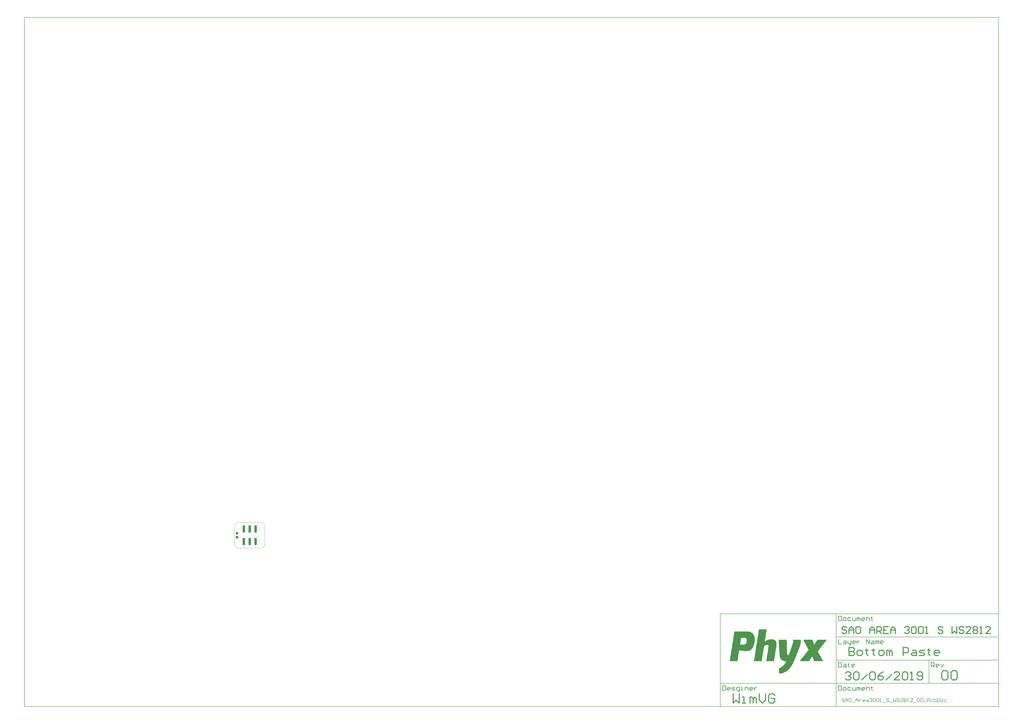
<source format=gbp>
G04*
G04 #@! TF.GenerationSoftware,Altium Limited,Altium Designer,18.1.11 (251)*
G04*
G04 Layer_Color=128*
%FSLAX25Y25*%
%MOIN*%
G70*
G01*
G75*
%ADD12C,0.01575*%
%ADD15C,0.00394*%
%ADD16C,0.00787*%
%ADD17C,0.00984*%
%ADD26R,0.03937X0.04331*%
%ADD27R,0.03937X0.12205*%
G36*
X872201Y-141778D02*
X873919D01*
Y-142065D01*
X874778D01*
Y-142351D01*
X875637D01*
Y-142637D01*
X876496D01*
Y-142924D01*
X877069D01*
Y-143210D01*
X877355D01*
Y-143496D01*
X877928D01*
Y-143783D01*
X878214D01*
Y-144069D01*
X878786D01*
Y-144355D01*
X879073D01*
Y-144641D01*
X879359D01*
Y-144928D01*
X879646D01*
Y-145214D01*
X879932D01*
Y-145501D01*
X880218D01*
Y-145787D01*
X880504D01*
Y-146073D01*
Y-146359D01*
X880791D01*
Y-146646D01*
X881077D01*
Y-146932D01*
Y-147218D01*
X881363D01*
Y-147505D01*
X881650D01*
Y-147791D01*
Y-148077D01*
X881936D01*
Y-148364D01*
Y-148650D01*
Y-148936D01*
X882222D01*
Y-149223D01*
Y-149509D01*
Y-149795D01*
X882509D01*
Y-150082D01*
Y-150368D01*
Y-150654D01*
Y-150940D01*
X882795D01*
Y-151227D01*
Y-151513D01*
Y-151799D01*
Y-152086D01*
Y-152372D01*
X883081D01*
Y-152658D01*
Y-152945D01*
Y-153231D01*
Y-153517D01*
Y-153804D01*
Y-154090D01*
Y-154376D01*
Y-154663D01*
Y-154949D01*
Y-155235D01*
Y-155521D01*
Y-155808D01*
Y-156094D01*
Y-156380D01*
Y-156667D01*
Y-156953D01*
Y-157239D01*
Y-157526D01*
Y-157812D01*
Y-158098D01*
X882795D01*
Y-158385D01*
Y-158671D01*
Y-158957D01*
Y-159244D01*
Y-159530D01*
Y-159816D01*
Y-160102D01*
X882509D01*
Y-160389D01*
Y-160675D01*
Y-160961D01*
Y-161248D01*
Y-161534D01*
X882222D01*
Y-161820D01*
Y-162107D01*
Y-162393D01*
Y-162679D01*
Y-162966D01*
X881936D01*
Y-163252D01*
Y-163538D01*
Y-163824D01*
X881650D01*
Y-164111D01*
Y-164397D01*
Y-164683D01*
Y-164970D01*
X881363D01*
Y-165256D01*
Y-165542D01*
Y-165829D01*
X881077D01*
Y-166115D01*
Y-166401D01*
X880791D01*
Y-166688D01*
Y-166974D01*
Y-167260D01*
X880504D01*
Y-167547D01*
Y-167833D01*
X880218D01*
Y-168119D01*
Y-168405D01*
X879932D01*
Y-168692D01*
Y-168978D01*
X879646D01*
Y-169264D01*
X879359D01*
Y-169551D01*
Y-169837D01*
X879073D01*
Y-170123D01*
X878786D01*
Y-170410D01*
X878500D01*
Y-170696D01*
Y-170982D01*
X878214D01*
Y-171269D01*
X877928D01*
Y-171555D01*
X877641D01*
Y-171841D01*
X877355D01*
Y-172127D01*
X877069D01*
Y-172414D01*
X876496D01*
Y-172700D01*
X876210D01*
Y-172986D01*
X875637D01*
Y-173273D01*
X875351D01*
Y-173559D01*
X874778D01*
Y-173845D01*
X873919D01*
Y-174132D01*
X873060D01*
Y-174418D01*
X872201D01*
Y-174704D01*
X870483D01*
Y-174991D01*
X865330D01*
Y-174704D01*
X862753D01*
Y-174418D01*
X860749D01*
Y-174132D01*
X859317D01*
Y-173845D01*
X857886D01*
Y-173559D01*
X856454D01*
Y-173845D01*
Y-174132D01*
Y-174418D01*
Y-174704D01*
Y-174991D01*
Y-175277D01*
Y-175563D01*
X856168D01*
Y-175850D01*
Y-176136D01*
Y-176422D01*
Y-176709D01*
Y-176995D01*
Y-177281D01*
X855882D01*
Y-177568D01*
Y-177854D01*
Y-178140D01*
Y-178426D01*
Y-178713D01*
Y-178999D01*
X855595D01*
Y-179285D01*
Y-179572D01*
Y-179858D01*
Y-180144D01*
Y-180431D01*
Y-180717D01*
Y-181003D01*
X855309D01*
Y-181290D01*
Y-181576D01*
Y-181862D01*
Y-182149D01*
Y-182435D01*
Y-182721D01*
X855023D01*
Y-183007D01*
Y-183294D01*
Y-183580D01*
Y-183866D01*
Y-184153D01*
Y-184439D01*
X854736D01*
Y-184725D01*
Y-185012D01*
Y-185298D01*
Y-185584D01*
Y-185871D01*
Y-186157D01*
Y-186443D01*
X854450D01*
Y-186730D01*
Y-187016D01*
Y-187302D01*
Y-187588D01*
Y-187875D01*
Y-188161D01*
X854164D01*
Y-188447D01*
Y-188734D01*
Y-189020D01*
Y-189306D01*
Y-189593D01*
Y-189879D01*
X853877D01*
Y-190165D01*
Y-190452D01*
Y-190738D01*
Y-191024D01*
Y-191311D01*
Y-191597D01*
Y-191883D01*
X840421D01*
Y-191597D01*
X840707D01*
Y-191311D01*
Y-191024D01*
Y-190738D01*
Y-190452D01*
Y-190165D01*
X840993D01*
Y-189879D01*
Y-189593D01*
Y-189306D01*
Y-189020D01*
Y-188734D01*
Y-188447D01*
Y-188161D01*
X841280D01*
Y-187875D01*
Y-187588D01*
Y-187302D01*
Y-187016D01*
Y-186730D01*
Y-186443D01*
X841566D01*
Y-186157D01*
Y-185871D01*
Y-185584D01*
Y-185298D01*
Y-185012D01*
Y-184725D01*
X841852D01*
Y-184439D01*
Y-184153D01*
Y-183866D01*
Y-183580D01*
Y-183294D01*
Y-183007D01*
Y-182721D01*
X842138D01*
Y-182435D01*
Y-182149D01*
Y-181862D01*
Y-181576D01*
Y-181290D01*
Y-181003D01*
X842425D01*
Y-180717D01*
Y-180431D01*
Y-180144D01*
Y-179858D01*
Y-179572D01*
Y-179285D01*
X842711D01*
Y-178999D01*
Y-178713D01*
Y-178426D01*
Y-178140D01*
Y-177854D01*
Y-177568D01*
X842997D01*
Y-177281D01*
Y-176995D01*
Y-176709D01*
Y-176422D01*
Y-176136D01*
Y-175850D01*
Y-175563D01*
X843284D01*
Y-175277D01*
Y-174991D01*
Y-174704D01*
Y-174418D01*
Y-174132D01*
Y-173845D01*
X843570D01*
Y-173559D01*
Y-173273D01*
Y-172986D01*
Y-172700D01*
Y-172414D01*
Y-172127D01*
X843856D01*
Y-171841D01*
Y-171555D01*
Y-171269D01*
Y-170982D01*
Y-170696D01*
Y-170410D01*
X844143D01*
Y-170123D01*
Y-169837D01*
Y-169551D01*
Y-169264D01*
Y-168978D01*
Y-168692D01*
Y-168405D01*
X844429D01*
Y-168119D01*
Y-167833D01*
Y-167547D01*
Y-167260D01*
Y-166974D01*
Y-166688D01*
X844715D01*
Y-166401D01*
Y-166115D01*
Y-165829D01*
Y-165542D01*
Y-165256D01*
Y-164970D01*
X845002D01*
Y-164683D01*
Y-164397D01*
Y-164111D01*
Y-163824D01*
Y-163538D01*
Y-163252D01*
Y-162966D01*
X845288D01*
Y-162679D01*
Y-162393D01*
Y-162107D01*
Y-161820D01*
Y-161534D01*
Y-161248D01*
X845574D01*
Y-160961D01*
Y-160675D01*
Y-160389D01*
Y-160102D01*
Y-159816D01*
Y-159530D01*
X845861D01*
Y-159244D01*
Y-158957D01*
Y-158671D01*
Y-158385D01*
Y-158098D01*
Y-157812D01*
X846147D01*
Y-157526D01*
Y-157239D01*
Y-156953D01*
Y-156667D01*
Y-156380D01*
Y-156094D01*
Y-155808D01*
X846433D01*
Y-155521D01*
Y-155235D01*
Y-154949D01*
Y-154663D01*
Y-154376D01*
Y-154090D01*
X846719D01*
Y-153804D01*
Y-153517D01*
Y-153231D01*
Y-152945D01*
Y-152658D01*
Y-152372D01*
X847006D01*
Y-152086D01*
Y-151799D01*
Y-151513D01*
Y-151227D01*
Y-150940D01*
Y-150654D01*
Y-150368D01*
X847292D01*
Y-150082D01*
Y-149795D01*
Y-149509D01*
Y-149223D01*
Y-148936D01*
Y-148650D01*
X847578D01*
Y-148364D01*
Y-148077D01*
Y-147791D01*
Y-147505D01*
Y-147218D01*
Y-146932D01*
X847865D01*
Y-146646D01*
Y-146359D01*
Y-146073D01*
Y-145787D01*
Y-145501D01*
Y-145214D01*
Y-144928D01*
X848151D01*
Y-144641D01*
Y-144355D01*
Y-144069D01*
Y-143783D01*
Y-143496D01*
Y-143210D01*
X848437D01*
Y-142924D01*
Y-142637D01*
Y-142351D01*
Y-142065D01*
Y-141778D01*
Y-141492D01*
X872201D01*
Y-141778D01*
D02*
G37*
G36*
X903409Y-138343D02*
Y-138629D01*
X903123D01*
Y-138915D01*
Y-139202D01*
Y-139488D01*
Y-139774D01*
Y-140060D01*
Y-140347D01*
X902837D01*
Y-140633D01*
Y-140919D01*
Y-141206D01*
Y-141492D01*
Y-141778D01*
Y-142065D01*
X902551D01*
Y-142351D01*
Y-142637D01*
Y-142924D01*
Y-143210D01*
Y-143496D01*
Y-143783D01*
Y-144069D01*
X902264D01*
Y-144355D01*
Y-144641D01*
Y-144928D01*
Y-145214D01*
Y-145501D01*
Y-145787D01*
X901978D01*
Y-146073D01*
Y-146359D01*
Y-146646D01*
Y-146932D01*
Y-147218D01*
Y-147505D01*
X901692D01*
Y-147791D01*
Y-148077D01*
Y-148364D01*
Y-148650D01*
Y-148936D01*
Y-149223D01*
Y-149509D01*
X901405D01*
Y-149795D01*
Y-150082D01*
Y-150368D01*
Y-150654D01*
Y-150940D01*
Y-151227D01*
X901119D01*
Y-151513D01*
Y-151799D01*
Y-152086D01*
Y-152372D01*
Y-152658D01*
Y-152945D01*
X900833D01*
Y-153231D01*
Y-153517D01*
Y-153804D01*
Y-154090D01*
Y-154376D01*
Y-154663D01*
X900546D01*
Y-154949D01*
Y-155235D01*
Y-155521D01*
Y-155808D01*
Y-156094D01*
Y-156380D01*
Y-156667D01*
X900260D01*
Y-156953D01*
Y-157239D01*
Y-157526D01*
Y-157812D01*
Y-158098D01*
Y-158385D01*
X899974D01*
Y-158671D01*
Y-158957D01*
X900546D01*
Y-158671D01*
X900833D01*
Y-158385D01*
X901119D01*
Y-158098D01*
X901692D01*
Y-157812D01*
X901978D01*
Y-157526D01*
X902264D01*
Y-157239D01*
X902837D01*
Y-156953D01*
X903409D01*
Y-156667D01*
X903696D01*
Y-156380D01*
X904268D01*
Y-156094D01*
X905127D01*
Y-155808D01*
X905700D01*
Y-155521D01*
X906559D01*
Y-155235D01*
X907990D01*
Y-154949D01*
X914289D01*
Y-155235D01*
X915435D01*
Y-155521D01*
X916294D01*
Y-155808D01*
X916866D01*
Y-156094D01*
X917153D01*
Y-156380D01*
X917725D01*
Y-156667D01*
X918011D01*
Y-156953D01*
X918298D01*
Y-157239D01*
X918584D01*
Y-157526D01*
X918870D01*
Y-157812D01*
Y-158098D01*
X919157D01*
Y-158385D01*
Y-158671D01*
X919443D01*
Y-158957D01*
Y-159244D01*
Y-159530D01*
X919729D01*
Y-159816D01*
Y-160102D01*
Y-160389D01*
Y-160675D01*
X920016D01*
Y-160961D01*
Y-161248D01*
Y-161534D01*
Y-161820D01*
Y-162107D01*
Y-162393D01*
Y-162679D01*
Y-162966D01*
Y-163252D01*
Y-163538D01*
Y-163824D01*
Y-164111D01*
Y-164397D01*
Y-164683D01*
Y-164970D01*
Y-165256D01*
Y-165542D01*
Y-165829D01*
X919729D01*
Y-166115D01*
Y-166401D01*
Y-166688D01*
Y-166974D01*
Y-167260D01*
Y-167547D01*
Y-167833D01*
X919443D01*
Y-168119D01*
Y-168405D01*
Y-168692D01*
Y-168978D01*
Y-169264D01*
Y-169551D01*
Y-169837D01*
X919157D01*
Y-170123D01*
Y-170410D01*
Y-170696D01*
Y-170982D01*
Y-171269D01*
Y-171555D01*
X918870D01*
Y-171841D01*
Y-172127D01*
Y-172414D01*
Y-172700D01*
Y-172986D01*
Y-173273D01*
X918584D01*
Y-173559D01*
Y-173845D01*
Y-174132D01*
Y-174418D01*
Y-174704D01*
Y-174991D01*
X918298D01*
Y-175277D01*
Y-175563D01*
Y-175850D01*
Y-176136D01*
Y-176422D01*
Y-176709D01*
Y-176995D01*
X918011D01*
Y-177281D01*
Y-177568D01*
Y-177854D01*
Y-178140D01*
Y-178426D01*
Y-178713D01*
X917725D01*
Y-178999D01*
Y-179285D01*
Y-179572D01*
Y-179858D01*
Y-180144D01*
Y-180431D01*
X917439D01*
Y-180717D01*
Y-181003D01*
Y-181290D01*
Y-181576D01*
Y-181862D01*
Y-182149D01*
Y-182435D01*
X917153D01*
Y-182721D01*
Y-183007D01*
Y-183294D01*
Y-183580D01*
Y-183866D01*
Y-184153D01*
X916866D01*
Y-184439D01*
Y-184725D01*
Y-185012D01*
Y-185298D01*
Y-185584D01*
Y-185871D01*
X916580D01*
Y-186157D01*
Y-186443D01*
Y-186730D01*
Y-187016D01*
Y-187302D01*
Y-187588D01*
X916294D01*
Y-187875D01*
Y-188161D01*
Y-188447D01*
Y-188734D01*
Y-189020D01*
Y-189306D01*
Y-189593D01*
X916007D01*
Y-189879D01*
Y-190165D01*
Y-190452D01*
Y-190738D01*
Y-191024D01*
Y-191311D01*
X915721D01*
Y-191597D01*
Y-191883D01*
X902551D01*
Y-191597D01*
Y-191311D01*
X902837D01*
Y-191024D01*
Y-190738D01*
Y-190452D01*
Y-190165D01*
Y-189879D01*
Y-189593D01*
X903123D01*
Y-189306D01*
Y-189020D01*
Y-188734D01*
Y-188447D01*
Y-188161D01*
Y-187875D01*
Y-187588D01*
X903409D01*
Y-187302D01*
Y-187016D01*
Y-186730D01*
Y-186443D01*
Y-186157D01*
Y-185871D01*
X903696D01*
Y-185584D01*
Y-185298D01*
Y-185012D01*
Y-184725D01*
Y-184439D01*
Y-184153D01*
X903982D01*
Y-183866D01*
Y-183580D01*
Y-183294D01*
Y-183007D01*
Y-182721D01*
Y-182435D01*
Y-182149D01*
X904268D01*
Y-181862D01*
Y-181576D01*
Y-181290D01*
Y-181003D01*
Y-180717D01*
Y-180431D01*
X904555D01*
Y-180144D01*
Y-179858D01*
Y-179572D01*
Y-179285D01*
Y-178999D01*
Y-178713D01*
Y-178426D01*
X904841D01*
Y-178140D01*
Y-177854D01*
Y-177568D01*
Y-177281D01*
Y-176995D01*
Y-176709D01*
X905127D01*
Y-176422D01*
Y-176136D01*
Y-175850D01*
Y-175563D01*
Y-175277D01*
Y-174991D01*
X905414D01*
Y-174704D01*
Y-174418D01*
Y-174132D01*
Y-173845D01*
Y-173559D01*
Y-173273D01*
X905700D01*
Y-172986D01*
Y-172700D01*
Y-172414D01*
Y-172127D01*
Y-171841D01*
Y-171555D01*
Y-171269D01*
X905986D01*
Y-170982D01*
Y-170696D01*
Y-170410D01*
Y-170123D01*
Y-169837D01*
Y-169551D01*
X906273D01*
Y-169264D01*
Y-168978D01*
Y-168692D01*
Y-168405D01*
Y-168119D01*
Y-167833D01*
Y-167547D01*
X906559D01*
Y-167260D01*
Y-166974D01*
Y-166688D01*
Y-166401D01*
Y-166115D01*
Y-165829D01*
X906273D01*
Y-165542D01*
Y-165256D01*
X905986D01*
Y-164970D01*
X905700D01*
Y-164683D01*
X905127D01*
Y-164397D01*
X903409D01*
Y-164683D01*
X901978D01*
Y-164970D01*
X901119D01*
Y-165256D01*
X900546D01*
Y-165542D01*
X900260D01*
Y-165829D01*
X899687D01*
Y-166115D01*
X899401D01*
Y-166401D01*
X899115D01*
Y-166688D01*
Y-166974D01*
X898828D01*
Y-167260D01*
Y-167547D01*
Y-167833D01*
X898542D01*
Y-168119D01*
Y-168405D01*
Y-168692D01*
Y-168978D01*
Y-169264D01*
Y-169551D01*
X898256D01*
Y-169837D01*
Y-170123D01*
Y-170410D01*
Y-170696D01*
Y-170982D01*
Y-171269D01*
Y-171555D01*
X897970D01*
Y-171841D01*
Y-172127D01*
Y-172414D01*
Y-172700D01*
Y-172986D01*
Y-173273D01*
X897683D01*
Y-173559D01*
Y-173845D01*
Y-174132D01*
Y-174418D01*
Y-174704D01*
Y-174991D01*
X897397D01*
Y-175277D01*
Y-175563D01*
Y-175850D01*
Y-176136D01*
Y-176422D01*
Y-176709D01*
X897111D01*
Y-176995D01*
Y-177281D01*
Y-177568D01*
Y-177854D01*
Y-178140D01*
Y-178426D01*
Y-178713D01*
X896824D01*
Y-178999D01*
Y-179285D01*
Y-179572D01*
Y-179858D01*
Y-180144D01*
Y-180431D01*
X896538D01*
Y-180717D01*
Y-181003D01*
Y-181290D01*
Y-181576D01*
Y-181862D01*
Y-182149D01*
X896252D01*
Y-182435D01*
Y-182721D01*
Y-183007D01*
Y-183294D01*
Y-183580D01*
Y-183866D01*
Y-184153D01*
X895965D01*
Y-184439D01*
Y-184725D01*
Y-185012D01*
Y-185298D01*
Y-185584D01*
Y-185871D01*
X895679D01*
Y-186157D01*
Y-186443D01*
Y-186730D01*
Y-187016D01*
Y-187302D01*
Y-187588D01*
X895393D01*
Y-187875D01*
Y-188161D01*
Y-188447D01*
Y-188734D01*
Y-189020D01*
Y-189306D01*
X895106D01*
Y-189593D01*
Y-189879D01*
Y-190165D01*
Y-190452D01*
Y-190738D01*
Y-191024D01*
Y-191311D01*
X894820D01*
Y-191597D01*
Y-191883D01*
X881650D01*
Y-191597D01*
Y-191311D01*
X881936D01*
Y-191024D01*
Y-190738D01*
Y-190452D01*
Y-190165D01*
Y-189879D01*
Y-189593D01*
Y-189306D01*
X882222D01*
Y-189020D01*
Y-188734D01*
Y-188447D01*
Y-188161D01*
Y-187875D01*
Y-187588D01*
X882509D01*
Y-187302D01*
Y-187016D01*
Y-186730D01*
Y-186443D01*
Y-186157D01*
Y-185871D01*
X882795D01*
Y-185584D01*
Y-185298D01*
Y-185012D01*
Y-184725D01*
Y-184439D01*
Y-184153D01*
Y-183866D01*
X883081D01*
Y-183580D01*
Y-183294D01*
Y-183007D01*
Y-182721D01*
Y-182435D01*
Y-182149D01*
X883368D01*
Y-181862D01*
Y-181576D01*
Y-181290D01*
Y-181003D01*
Y-180717D01*
Y-180431D01*
X883654D01*
Y-180144D01*
Y-179858D01*
Y-179572D01*
Y-179285D01*
Y-178999D01*
Y-178713D01*
X883940D01*
Y-178426D01*
Y-178140D01*
Y-177854D01*
Y-177568D01*
Y-177281D01*
Y-176995D01*
Y-176709D01*
X884227D01*
Y-176422D01*
Y-176136D01*
Y-175850D01*
Y-175563D01*
Y-175277D01*
Y-174991D01*
X884513D01*
Y-174704D01*
Y-174418D01*
Y-174132D01*
Y-173845D01*
Y-173559D01*
Y-173273D01*
X884799D01*
Y-172986D01*
Y-172700D01*
Y-172414D01*
Y-172127D01*
Y-171841D01*
Y-171555D01*
Y-171269D01*
X885085D01*
Y-170982D01*
Y-170696D01*
Y-170410D01*
Y-170123D01*
Y-169837D01*
Y-169551D01*
X885372D01*
Y-169264D01*
Y-168978D01*
Y-168692D01*
Y-168405D01*
Y-168119D01*
Y-167833D01*
X885658D01*
Y-167547D01*
Y-167260D01*
Y-166974D01*
Y-166688D01*
Y-166401D01*
Y-166115D01*
X885944D01*
Y-165829D01*
Y-165542D01*
Y-165256D01*
Y-164970D01*
Y-164683D01*
Y-164397D01*
Y-164111D01*
X886231D01*
Y-163824D01*
Y-163538D01*
Y-163252D01*
Y-162966D01*
Y-162679D01*
Y-162393D01*
X886517D01*
Y-162107D01*
Y-161820D01*
Y-161534D01*
Y-161248D01*
Y-160961D01*
Y-160675D01*
X886803D01*
Y-160389D01*
Y-160102D01*
Y-159816D01*
Y-159530D01*
Y-159244D01*
Y-158957D01*
X887090D01*
Y-158671D01*
Y-158385D01*
Y-158098D01*
Y-157812D01*
Y-157526D01*
Y-157239D01*
Y-156953D01*
X887376D01*
Y-156667D01*
Y-156380D01*
Y-156094D01*
Y-155808D01*
Y-155521D01*
Y-155235D01*
X887662D01*
Y-154949D01*
Y-154663D01*
Y-154376D01*
Y-154090D01*
Y-153804D01*
Y-153517D01*
X887949D01*
Y-153231D01*
Y-152945D01*
Y-152658D01*
Y-152372D01*
Y-152086D01*
Y-151799D01*
Y-151513D01*
X888235D01*
Y-151227D01*
Y-150940D01*
Y-150654D01*
Y-150368D01*
Y-150082D01*
Y-149795D01*
X888521D01*
Y-149509D01*
Y-149223D01*
Y-148936D01*
Y-148650D01*
Y-148364D01*
Y-148077D01*
X888807D01*
Y-147791D01*
Y-147505D01*
Y-147218D01*
Y-146932D01*
Y-146646D01*
Y-146359D01*
X889094D01*
Y-146073D01*
Y-145787D01*
Y-145501D01*
Y-145214D01*
Y-144928D01*
Y-144641D01*
Y-144355D01*
X889380D01*
Y-144069D01*
Y-143783D01*
Y-143496D01*
Y-143210D01*
Y-142924D01*
Y-142637D01*
X889666D01*
Y-142351D01*
Y-142065D01*
Y-141778D01*
Y-141492D01*
Y-141206D01*
Y-140919D01*
X889953D01*
Y-140633D01*
Y-140347D01*
Y-140060D01*
Y-139774D01*
Y-139488D01*
Y-139202D01*
Y-138915D01*
X890239D01*
Y-138629D01*
Y-138343D01*
Y-138056D01*
X903409D01*
Y-138343D01*
D02*
G37*
G36*
X1005337Y-155808D02*
X1005050D01*
Y-156094D01*
X1004764D01*
Y-156380D01*
Y-156667D01*
X1004478D01*
Y-156953D01*
X1004192D01*
Y-157239D01*
X1003905D01*
Y-157526D01*
Y-157812D01*
X1003619D01*
Y-158098D01*
X1003333D01*
Y-158385D01*
X1003046D01*
Y-158671D01*
X1002760D01*
Y-158957D01*
Y-159244D01*
X1002474D01*
Y-159530D01*
X1002187D01*
Y-159816D01*
X1001901D01*
Y-160102D01*
Y-160389D01*
X1001615D01*
Y-160675D01*
X1001328D01*
Y-160961D01*
X1001042D01*
Y-161248D01*
X1000756D01*
Y-161534D01*
Y-161820D01*
X1000469D01*
Y-162107D01*
X1000183D01*
Y-162393D01*
X999897D01*
Y-162679D01*
Y-162966D01*
X999611D01*
Y-163252D01*
X999324D01*
Y-163538D01*
X999038D01*
Y-163824D01*
Y-164111D01*
X998752D01*
Y-164397D01*
X998465D01*
Y-164683D01*
X998179D01*
Y-164970D01*
X997893D01*
Y-165256D01*
Y-165542D01*
X997606D01*
Y-165829D01*
X997320D01*
Y-166115D01*
X997034D01*
Y-166401D01*
Y-166688D01*
X996747D01*
Y-166974D01*
X996461D01*
Y-167260D01*
X996175D01*
Y-167547D01*
Y-167833D01*
X995889D01*
Y-168119D01*
X995602D01*
Y-168405D01*
X995316D01*
Y-168692D01*
X995030D01*
Y-168978D01*
Y-169264D01*
X994743D01*
Y-169551D01*
X994457D01*
Y-169837D01*
X994171D01*
Y-170123D01*
Y-170410D01*
X993884D01*
Y-170696D01*
X993598D01*
Y-170982D01*
X993312D01*
Y-171269D01*
Y-171555D01*
X993025D01*
Y-171841D01*
X992739D01*
Y-172127D01*
X992453D01*
Y-172414D01*
X992166D01*
Y-172700D01*
Y-172986D01*
X991880D01*
Y-173273D01*
X991594D01*
Y-173559D01*
X991308D01*
Y-173845D01*
Y-174132D01*
X991021D01*
Y-174418D01*
X990735D01*
Y-174704D01*
X990449D01*
Y-174991D01*
X990162D01*
Y-175277D01*
Y-175563D01*
X990449D01*
Y-175850D01*
Y-176136D01*
X990735D01*
Y-176422D01*
Y-176709D01*
X991021D01*
Y-176995D01*
X991308D01*
Y-177281D01*
Y-177568D01*
X991594D01*
Y-177854D01*
Y-178140D01*
X991880D01*
Y-178426D01*
Y-178713D01*
X992166D01*
Y-178999D01*
Y-179285D01*
X992453D01*
Y-179572D01*
Y-179858D01*
X992739D01*
Y-180144D01*
Y-180431D01*
X993025D01*
Y-180717D01*
Y-181003D01*
X993312D01*
Y-181290D01*
Y-181576D01*
X993598D01*
Y-181862D01*
X993884D01*
Y-182149D01*
Y-182435D01*
X994171D01*
Y-182721D01*
Y-183007D01*
X994457D01*
Y-183294D01*
Y-183580D01*
X994743D01*
Y-183866D01*
Y-184153D01*
X995030D01*
Y-184439D01*
Y-184725D01*
X995316D01*
Y-185012D01*
Y-185298D01*
X995602D01*
Y-185584D01*
Y-185871D01*
X995889D01*
Y-186157D01*
X996175D01*
Y-186443D01*
Y-186730D01*
X996461D01*
Y-187016D01*
Y-187302D01*
X996747D01*
Y-187588D01*
Y-187875D01*
X997034D01*
Y-188161D01*
Y-188447D01*
X997320D01*
Y-188734D01*
Y-189020D01*
X997606D01*
Y-189306D01*
Y-189593D01*
X997893D01*
Y-189879D01*
Y-190165D01*
X998179D01*
Y-190452D01*
X998465D01*
Y-190738D01*
Y-191024D01*
X998752D01*
Y-191311D01*
Y-191597D01*
X999038D01*
Y-191883D01*
X983863D01*
Y-191597D01*
X983577D01*
Y-191311D01*
Y-191024D01*
Y-190738D01*
X983291D01*
Y-190452D01*
Y-190165D01*
Y-189879D01*
X983004D01*
Y-189593D01*
Y-189306D01*
X982718D01*
Y-189020D01*
Y-188734D01*
Y-188447D01*
X982432D01*
Y-188161D01*
Y-187875D01*
Y-187588D01*
X982146D01*
Y-187302D01*
Y-187016D01*
X981859D01*
Y-186730D01*
Y-186443D01*
Y-186157D01*
X981573D01*
Y-185871D01*
Y-185584D01*
Y-185298D01*
X981287D01*
Y-185012D01*
Y-184725D01*
Y-184439D01*
X981000D01*
Y-184153D01*
X980428D01*
Y-184439D01*
Y-184725D01*
X980141D01*
Y-185012D01*
X979855D01*
Y-185298D01*
Y-185584D01*
X979569D01*
Y-185871D01*
X979282D01*
Y-186157D01*
Y-186443D01*
X978996D01*
Y-186730D01*
X978710D01*
Y-187016D01*
Y-187302D01*
X978423D01*
Y-187588D01*
X978137D01*
Y-187875D01*
X977851D01*
Y-188161D01*
Y-188447D01*
X977565D01*
Y-188734D01*
X977278D01*
Y-189020D01*
Y-189306D01*
X976992D01*
Y-189593D01*
X976705D01*
Y-189879D01*
Y-190165D01*
X976419D01*
Y-190452D01*
X976133D01*
Y-190738D01*
Y-191024D01*
X975847D01*
Y-191311D01*
X975560D01*
Y-191597D01*
Y-191883D01*
X959527D01*
Y-191597D01*
X959813D01*
Y-191311D01*
X960099D01*
Y-191024D01*
X960386D01*
Y-190738D01*
X960672D01*
Y-190452D01*
Y-190165D01*
X960958D01*
Y-189879D01*
X961245D01*
Y-189593D01*
X961531D01*
Y-189306D01*
X961817D01*
Y-189020D01*
Y-188734D01*
X962104D01*
Y-188447D01*
X962390D01*
Y-188161D01*
X962676D01*
Y-187875D01*
Y-187588D01*
X962963D01*
Y-187302D01*
X963249D01*
Y-187016D01*
X963535D01*
Y-186730D01*
X963822D01*
Y-186443D01*
Y-186157D01*
X964108D01*
Y-185871D01*
X964394D01*
Y-185584D01*
X964680D01*
Y-185298D01*
X964967D01*
Y-185012D01*
Y-184725D01*
X965253D01*
Y-184439D01*
X965539D01*
Y-184153D01*
X965826D01*
Y-183866D01*
Y-183580D01*
X966112D01*
Y-183294D01*
X966398D01*
Y-183007D01*
X966685D01*
Y-182721D01*
X966971D01*
Y-182435D01*
Y-182149D01*
X967257D01*
Y-181862D01*
X967544D01*
Y-181576D01*
X967830D01*
Y-181290D01*
Y-181003D01*
X968116D01*
Y-180717D01*
X968402D01*
Y-180431D01*
X968689D01*
Y-180144D01*
X968975D01*
Y-179858D01*
Y-179572D01*
X969261D01*
Y-179285D01*
X969548D01*
Y-178999D01*
X969834D01*
Y-178713D01*
Y-178426D01*
X970120D01*
Y-178140D01*
X970407D01*
Y-177854D01*
X970693D01*
Y-177568D01*
X970979D01*
Y-177281D01*
Y-176995D01*
X971266D01*
Y-176709D01*
X971552D01*
Y-176422D01*
X971838D01*
Y-176136D01*
X972124D01*
Y-175850D01*
Y-175563D01*
X972411D01*
Y-175277D01*
X972697D01*
Y-174991D01*
X972983D01*
Y-174704D01*
Y-174418D01*
X973270D01*
Y-174132D01*
X973556D01*
Y-173845D01*
X973842D01*
Y-173559D01*
X974129D01*
Y-173273D01*
Y-172986D01*
X974415D01*
Y-172700D01*
Y-172414D01*
Y-172127D01*
X974129D01*
Y-171841D01*
X973842D01*
Y-171555D01*
Y-171269D01*
X973556D01*
Y-170982D01*
Y-170696D01*
X973270D01*
Y-170410D01*
Y-170123D01*
X972983D01*
Y-169837D01*
Y-169551D01*
X972697D01*
Y-169264D01*
Y-168978D01*
X972411D01*
Y-168692D01*
Y-168405D01*
X972124D01*
Y-168119D01*
X971838D01*
Y-167833D01*
Y-167547D01*
X971552D01*
Y-167260D01*
Y-166974D01*
X971266D01*
Y-166688D01*
Y-166401D01*
X970979D01*
Y-166115D01*
Y-165829D01*
X970693D01*
Y-165542D01*
Y-165256D01*
X970407D01*
Y-164970D01*
Y-164683D01*
X970120D01*
Y-164397D01*
X969834D01*
Y-164111D01*
Y-163824D01*
X969548D01*
Y-163538D01*
Y-163252D01*
X969261D01*
Y-162966D01*
Y-162679D01*
X968975D01*
Y-162393D01*
Y-162107D01*
X968689D01*
Y-161820D01*
Y-161534D01*
X968402D01*
Y-161248D01*
Y-160961D01*
X968116D01*
Y-160675D01*
Y-160389D01*
X967830D01*
Y-160102D01*
X967544D01*
Y-159816D01*
Y-159530D01*
X967257D01*
Y-159244D01*
Y-158957D01*
X966971D01*
Y-158671D01*
Y-158385D01*
X966685D01*
Y-158098D01*
Y-157812D01*
X966398D01*
Y-157526D01*
Y-157239D01*
X966112D01*
Y-156953D01*
Y-156667D01*
X965826D01*
Y-156380D01*
X965539D01*
Y-156094D01*
Y-155808D01*
X965253D01*
Y-155521D01*
X981000D01*
Y-155808D01*
X981287D01*
Y-156094D01*
Y-156380D01*
Y-156667D01*
X981573D01*
Y-156953D01*
Y-157239D01*
Y-157526D01*
X981859D01*
Y-157812D01*
Y-158098D01*
Y-158385D01*
X982146D01*
Y-158671D01*
Y-158957D01*
Y-159244D01*
X982432D01*
Y-159530D01*
Y-159816D01*
Y-160102D01*
X982718D01*
Y-160389D01*
Y-160675D01*
Y-160961D01*
X983004D01*
Y-161248D01*
Y-161534D01*
Y-161820D01*
X983291D01*
Y-162107D01*
Y-162393D01*
Y-162679D01*
X983577D01*
Y-162966D01*
Y-163252D01*
Y-163538D01*
Y-163824D01*
X984150D01*
Y-163538D01*
X984436D01*
Y-163252D01*
X984722D01*
Y-162966D01*
Y-162679D01*
X985009D01*
Y-162393D01*
X985295D01*
Y-162107D01*
Y-161820D01*
X985581D01*
Y-161534D01*
X985868D01*
Y-161248D01*
Y-160961D01*
X986154D01*
Y-160675D01*
X986440D01*
Y-160389D01*
Y-160102D01*
X986726D01*
Y-159816D01*
X987013D01*
Y-159530D01*
Y-159244D01*
X987299D01*
Y-158957D01*
X987585D01*
Y-158671D01*
Y-158385D01*
X987872D01*
Y-158098D01*
X988158D01*
Y-157812D01*
Y-157526D01*
X988444D01*
Y-157239D01*
X988731D01*
Y-156953D01*
Y-156667D01*
X989017D01*
Y-156380D01*
X989303D01*
Y-156094D01*
Y-155808D01*
X989590D01*
Y-155521D01*
X1005337D01*
Y-155808D01*
D02*
G37*
G36*
X961245D02*
Y-156094D01*
Y-156380D01*
Y-156667D01*
Y-156953D01*
Y-157239D01*
Y-157526D01*
Y-157812D01*
Y-158098D01*
Y-158385D01*
Y-158671D01*
Y-158957D01*
Y-159244D01*
Y-159530D01*
Y-159816D01*
Y-160102D01*
Y-160389D01*
Y-160675D01*
Y-160961D01*
Y-161248D01*
Y-161534D01*
X960958D01*
Y-161820D01*
Y-162107D01*
Y-162393D01*
Y-162679D01*
Y-162966D01*
X960672D01*
Y-163252D01*
Y-163538D01*
Y-163824D01*
Y-164111D01*
X960386D01*
Y-164397D01*
Y-164683D01*
Y-164970D01*
Y-165256D01*
X960099D01*
Y-165542D01*
Y-165829D01*
Y-166115D01*
X959813D01*
Y-166401D01*
Y-166688D01*
Y-166974D01*
X959527D01*
Y-167260D01*
Y-167547D01*
Y-167833D01*
X959241D01*
Y-168119D01*
Y-168405D01*
Y-168692D01*
X958954D01*
Y-168978D01*
Y-169264D01*
X958668D01*
Y-169551D01*
Y-169837D01*
X958381D01*
Y-170123D01*
Y-170410D01*
Y-170696D01*
X958095D01*
Y-170982D01*
Y-171269D01*
X957809D01*
Y-171555D01*
Y-171841D01*
Y-172127D01*
X957523D01*
Y-172414D01*
Y-172700D01*
X957236D01*
Y-172986D01*
Y-173273D01*
Y-173559D01*
X956950D01*
Y-173845D01*
Y-174132D01*
X956664D01*
Y-174418D01*
Y-174704D01*
Y-174991D01*
X956377D01*
Y-175277D01*
Y-175563D01*
X956091D01*
Y-175850D01*
Y-176136D01*
Y-176422D01*
X955805D01*
Y-176709D01*
Y-176995D01*
X955518D01*
Y-177281D01*
Y-177568D01*
Y-177854D01*
X955232D01*
Y-178140D01*
Y-178426D01*
X954946D01*
Y-178713D01*
Y-178999D01*
Y-179285D01*
X954659D01*
Y-179572D01*
Y-179858D01*
X954373D01*
Y-180144D01*
Y-180431D01*
Y-180717D01*
X954087D01*
Y-181003D01*
Y-181290D01*
X953800D01*
Y-181576D01*
Y-181862D01*
Y-182149D01*
X953514D01*
Y-182435D01*
Y-182721D01*
X953228D01*
Y-183007D01*
Y-183294D01*
Y-183580D01*
X952942D01*
Y-183866D01*
Y-184153D01*
X952655D01*
Y-184439D01*
Y-184725D01*
Y-185012D01*
X952369D01*
Y-185298D01*
Y-185584D01*
X952083D01*
Y-185871D01*
Y-186157D01*
Y-186443D01*
X951796D01*
Y-186730D01*
Y-187016D01*
X951510D01*
Y-187302D01*
Y-187588D01*
Y-187875D01*
X951224D01*
Y-188161D01*
Y-188447D01*
X950937D01*
Y-188734D01*
Y-189020D01*
Y-189306D01*
X950651D01*
Y-189593D01*
Y-189879D01*
X950365D01*
Y-190165D01*
Y-190452D01*
Y-190738D01*
X950078D01*
Y-191024D01*
Y-191311D01*
X949792D01*
Y-191597D01*
Y-191883D01*
Y-192169D01*
X949506D01*
Y-192456D01*
Y-192742D01*
X949220D01*
Y-193028D01*
Y-193315D01*
X948933D01*
Y-193601D01*
Y-193887D01*
X948647D01*
Y-194174D01*
Y-194460D01*
Y-194746D01*
X948361D01*
Y-195033D01*
X948074D01*
Y-195319D01*
Y-195605D01*
Y-195891D01*
X947788D01*
Y-196178D01*
X947502D01*
Y-196464D01*
Y-196750D01*
X947215D01*
Y-197037D01*
Y-197323D01*
X946929D01*
Y-197609D01*
Y-197896D01*
X946643D01*
Y-198182D01*
Y-198468D01*
X946356D01*
Y-198755D01*
X946070D01*
Y-199041D01*
Y-199327D01*
X945784D01*
Y-199614D01*
Y-199900D01*
X945497D01*
Y-200186D01*
X945211D01*
Y-200472D01*
X944925D01*
Y-200759D01*
Y-201045D01*
X944639D01*
Y-201331D01*
X944352D01*
Y-201618D01*
Y-201904D01*
X944066D01*
Y-202190D01*
X943780D01*
Y-202477D01*
X943493D01*
Y-202763D01*
Y-203049D01*
X943207D01*
Y-203336D01*
X942921D01*
Y-203622D01*
X942634D01*
Y-203908D01*
X942348D01*
Y-204195D01*
X942062D01*
Y-204481D01*
Y-204767D01*
X941775D01*
Y-205053D01*
X941489D01*
Y-205340D01*
X941203D01*
Y-205626D01*
X940916D01*
Y-205912D01*
X940630D01*
Y-206199D01*
X940344D01*
Y-206485D01*
X940057D01*
Y-206771D01*
X939485D01*
Y-207058D01*
X939199D01*
Y-207344D01*
X938912D01*
Y-207630D01*
X938626D01*
Y-207917D01*
X938340D01*
Y-208203D01*
X937767D01*
Y-208489D01*
X937481D01*
Y-208776D01*
X936908D01*
Y-209062D01*
X936622D01*
Y-209348D01*
X936049D01*
Y-209634D01*
X935763D01*
Y-209921D01*
X935190D01*
Y-210207D01*
X934618D01*
Y-210493D01*
X934045D01*
Y-210780D01*
X933472D01*
Y-211066D01*
X932900D01*
Y-211352D01*
X932041D01*
Y-211639D01*
X931468D01*
Y-211925D01*
X930609D01*
Y-212211D01*
X929464D01*
Y-212498D01*
X928319D01*
Y-212784D01*
X926601D01*
Y-213070D01*
X924597D01*
Y-213357D01*
X924310D01*
Y-213070D01*
Y-212784D01*
Y-212498D01*
Y-212211D01*
Y-211925D01*
Y-211639D01*
Y-211352D01*
Y-211066D01*
Y-210780D01*
Y-210493D01*
Y-210207D01*
Y-209921D01*
Y-209634D01*
Y-209348D01*
Y-209062D01*
Y-208776D01*
Y-208489D01*
Y-208203D01*
Y-207917D01*
Y-207630D01*
Y-207344D01*
Y-207058D01*
Y-206771D01*
Y-206485D01*
Y-206199D01*
Y-205912D01*
Y-205626D01*
Y-205340D01*
Y-205053D01*
Y-204767D01*
Y-204481D01*
Y-204195D01*
Y-203908D01*
X924883D01*
Y-203622D01*
X925455D01*
Y-203336D01*
X926028D01*
Y-203049D01*
X926601D01*
Y-202763D01*
X927173D01*
Y-202477D01*
X927746D01*
Y-202190D01*
X928032D01*
Y-201904D01*
X928605D01*
Y-201618D01*
X928891D01*
Y-201331D01*
X929464D01*
Y-201045D01*
X929750D01*
Y-200759D01*
X930037D01*
Y-200472D01*
X930609D01*
Y-200186D01*
X930896D01*
Y-199900D01*
X931182D01*
Y-199614D01*
X931468D01*
Y-199327D01*
X931754D01*
Y-199041D01*
X932041D01*
Y-198755D01*
X932327D01*
Y-198468D01*
X932613D01*
Y-198182D01*
X932900D01*
Y-197896D01*
X933186D01*
Y-197609D01*
X933472D01*
Y-197323D01*
X933759D01*
Y-197037D01*
Y-196750D01*
X934045D01*
Y-196464D01*
X934331D01*
Y-196178D01*
X934618D01*
Y-195891D01*
Y-195605D01*
X934904D01*
Y-195319D01*
X935190D01*
Y-195033D01*
Y-194746D01*
X935476D01*
Y-194460D01*
Y-194174D01*
X935763D01*
Y-193887D01*
X936049D01*
Y-193601D01*
Y-193315D01*
X936335D01*
Y-193028D01*
Y-192742D01*
X936622D01*
Y-192456D01*
Y-192169D01*
X934904D01*
Y-191883D01*
X932900D01*
Y-191597D01*
X931754D01*
Y-191311D01*
X931182D01*
Y-191024D01*
X930323D01*
Y-190738D01*
X929750D01*
Y-190452D01*
X929464D01*
Y-190165D01*
X928891D01*
Y-189879D01*
X928605D01*
Y-189593D01*
X928319D01*
Y-189306D01*
X928032D01*
Y-189020D01*
X927746D01*
Y-188734D01*
X927460D01*
Y-188447D01*
Y-188161D01*
X927173D01*
Y-187875D01*
X926887D01*
Y-187588D01*
Y-187302D01*
X926601D01*
Y-187016D01*
Y-186730D01*
X926315D01*
Y-186443D01*
Y-186157D01*
X926028D01*
Y-185871D01*
Y-185584D01*
Y-185298D01*
X925742D01*
Y-185012D01*
Y-184725D01*
Y-184439D01*
Y-184153D01*
X925455D01*
Y-183866D01*
Y-183580D01*
Y-183294D01*
Y-183007D01*
Y-182721D01*
Y-182435D01*
Y-182149D01*
X925169D01*
Y-181862D01*
Y-181576D01*
Y-181290D01*
Y-181003D01*
Y-180717D01*
Y-180431D01*
Y-180144D01*
Y-179858D01*
Y-179572D01*
Y-179285D01*
Y-178999D01*
Y-178713D01*
Y-178426D01*
Y-178140D01*
Y-177854D01*
X924883D01*
Y-177568D01*
Y-177281D01*
Y-176995D01*
Y-176709D01*
Y-176422D01*
Y-176136D01*
Y-175850D01*
Y-175563D01*
Y-175277D01*
Y-174991D01*
Y-174704D01*
Y-174418D01*
Y-174132D01*
Y-173845D01*
Y-173559D01*
X924597D01*
Y-173273D01*
Y-172986D01*
Y-172700D01*
Y-172414D01*
Y-172127D01*
Y-171841D01*
Y-171555D01*
Y-171269D01*
Y-170982D01*
Y-170696D01*
Y-170410D01*
Y-170123D01*
Y-169837D01*
Y-169551D01*
Y-169264D01*
Y-168978D01*
X924310D01*
Y-168692D01*
Y-168405D01*
Y-168119D01*
Y-167833D01*
Y-167547D01*
Y-167260D01*
Y-166974D01*
Y-166688D01*
Y-166401D01*
Y-166115D01*
Y-165829D01*
Y-165542D01*
Y-165256D01*
Y-164970D01*
Y-164683D01*
Y-164397D01*
X924024D01*
Y-164111D01*
Y-163824D01*
Y-163538D01*
Y-163252D01*
Y-162966D01*
Y-162679D01*
Y-162393D01*
Y-162107D01*
Y-161820D01*
Y-161534D01*
Y-161248D01*
Y-160961D01*
Y-160675D01*
Y-160389D01*
X923738D01*
Y-160102D01*
Y-159816D01*
Y-159530D01*
Y-159244D01*
Y-158957D01*
Y-158671D01*
Y-158385D01*
Y-158098D01*
Y-157812D01*
Y-157526D01*
Y-157239D01*
Y-156953D01*
Y-156667D01*
Y-156380D01*
Y-156094D01*
Y-155808D01*
X923451D01*
Y-155521D01*
X937194D01*
Y-155808D01*
Y-156094D01*
Y-156380D01*
Y-156667D01*
Y-156953D01*
Y-157239D01*
Y-157526D01*
Y-157812D01*
Y-158098D01*
Y-158385D01*
Y-158671D01*
Y-158957D01*
Y-159244D01*
Y-159530D01*
X937481D01*
Y-159816D01*
Y-160102D01*
Y-160389D01*
Y-160675D01*
Y-160961D01*
Y-161248D01*
Y-161534D01*
Y-161820D01*
Y-162107D01*
Y-162393D01*
Y-162679D01*
Y-162966D01*
Y-163252D01*
Y-163538D01*
Y-163824D01*
Y-164111D01*
Y-164397D01*
Y-164683D01*
Y-164970D01*
Y-165256D01*
Y-165542D01*
Y-165829D01*
Y-166115D01*
Y-166401D01*
Y-166688D01*
Y-166974D01*
Y-167260D01*
Y-167547D01*
Y-167833D01*
Y-168119D01*
Y-168405D01*
Y-168692D01*
Y-168978D01*
Y-169264D01*
Y-169551D01*
Y-169837D01*
Y-170123D01*
Y-170410D01*
Y-170696D01*
Y-170982D01*
Y-171269D01*
X937767D01*
Y-171555D01*
X937481D01*
Y-171841D01*
Y-172127D01*
X937767D01*
Y-172414D01*
Y-172700D01*
Y-172986D01*
Y-173273D01*
Y-173559D01*
Y-173845D01*
Y-174132D01*
Y-174418D01*
Y-174704D01*
Y-174991D01*
Y-175277D01*
Y-175563D01*
Y-175850D01*
Y-176136D01*
Y-176422D01*
Y-176709D01*
Y-176995D01*
Y-177281D01*
Y-177568D01*
Y-177854D01*
Y-178140D01*
Y-178426D01*
Y-178713D01*
Y-178999D01*
Y-179285D01*
Y-179572D01*
X938053D01*
Y-179858D01*
Y-180144D01*
Y-180431D01*
X938340D01*
Y-180717D01*
X938626D01*
Y-181003D01*
X938912D01*
Y-181290D01*
X939771D01*
Y-181576D01*
X940630D01*
Y-181290D01*
X940916D01*
Y-181003D01*
Y-180717D01*
Y-180431D01*
X941203D01*
Y-180144D01*
Y-179858D01*
X941489D01*
Y-179572D01*
Y-179285D01*
Y-178999D01*
X941775D01*
Y-178713D01*
Y-178426D01*
Y-178140D01*
X942062D01*
Y-177854D01*
Y-177568D01*
Y-177281D01*
X942348D01*
Y-176995D01*
Y-176709D01*
Y-176422D01*
X942634D01*
Y-176136D01*
Y-175850D01*
X942921D01*
Y-175563D01*
Y-175277D01*
Y-174991D01*
X943207D01*
Y-174704D01*
Y-174418D01*
Y-174132D01*
X943493D01*
Y-173845D01*
Y-173559D01*
Y-173273D01*
X943780D01*
Y-172986D01*
Y-172700D01*
X944066D01*
Y-172414D01*
Y-172127D01*
Y-171841D01*
X944352D01*
Y-171555D01*
Y-171269D01*
Y-170982D01*
X944639D01*
Y-170696D01*
Y-170410D01*
Y-170123D01*
X944925D01*
Y-169837D01*
Y-169551D01*
X945211D01*
Y-169264D01*
Y-168978D01*
Y-168692D01*
X945497D01*
Y-168405D01*
Y-168119D01*
Y-167833D01*
X945784D01*
Y-167547D01*
Y-167260D01*
Y-166974D01*
X946070D01*
Y-166688D01*
Y-166401D01*
X946356D01*
Y-166115D01*
Y-165829D01*
Y-165542D01*
X946643D01*
Y-165256D01*
Y-164970D01*
Y-164683D01*
X946929D01*
Y-164397D01*
Y-164111D01*
Y-163824D01*
X947215D01*
Y-163538D01*
Y-163252D01*
Y-162966D01*
Y-162679D01*
X947502D01*
Y-162393D01*
Y-162107D01*
Y-161820D01*
Y-161534D01*
X947788D01*
Y-161248D01*
Y-160961D01*
Y-160675D01*
Y-160389D01*
Y-160102D01*
X948074D01*
Y-159816D01*
Y-159530D01*
Y-159244D01*
Y-158957D01*
Y-158671D01*
Y-158385D01*
X948361D01*
Y-158098D01*
Y-157812D01*
Y-157526D01*
Y-157239D01*
Y-156953D01*
Y-156667D01*
Y-156380D01*
Y-156094D01*
Y-155808D01*
Y-155521D01*
X961245D01*
Y-155808D01*
D02*
G37*
%LPC*%
G36*
X867907Y-152658D02*
X859890D01*
Y-152945D01*
Y-153231D01*
Y-153517D01*
Y-153804D01*
Y-154090D01*
X859604D01*
Y-154376D01*
Y-154663D01*
Y-154949D01*
Y-155235D01*
Y-155521D01*
Y-155808D01*
X859317D01*
Y-156094D01*
Y-156380D01*
Y-156667D01*
Y-156953D01*
Y-157239D01*
Y-157526D01*
X859031D01*
Y-157812D01*
Y-158098D01*
Y-158385D01*
Y-158671D01*
Y-158957D01*
Y-159244D01*
X858745D01*
Y-159530D01*
Y-159816D01*
Y-160102D01*
Y-160389D01*
Y-160675D01*
Y-160961D01*
Y-161248D01*
X858458D01*
Y-161534D01*
Y-161820D01*
Y-162107D01*
Y-162393D01*
Y-162679D01*
Y-162966D01*
X858172D01*
Y-163252D01*
Y-163538D01*
Y-163824D01*
X865330D01*
Y-163538D01*
X866475D01*
Y-163252D01*
X867048D01*
Y-162966D01*
X867334D01*
Y-162679D01*
X867620D01*
Y-162393D01*
X867907D01*
Y-162107D01*
X868193D01*
Y-161820D01*
Y-161534D01*
X868479D01*
Y-161248D01*
Y-160961D01*
X868766D01*
Y-160675D01*
Y-160389D01*
X869052D01*
Y-160102D01*
Y-159816D01*
Y-159530D01*
Y-159244D01*
X869338D01*
Y-158957D01*
Y-158671D01*
Y-158385D01*
Y-158098D01*
Y-157812D01*
X869625D01*
Y-157526D01*
Y-157239D01*
Y-156953D01*
Y-156667D01*
Y-156380D01*
Y-156094D01*
Y-155808D01*
Y-155521D01*
Y-155235D01*
Y-154949D01*
Y-154663D01*
X869338D01*
Y-154376D01*
Y-154090D01*
X869052D01*
Y-153804D01*
Y-153517D01*
X868766D01*
Y-153231D01*
X868479D01*
Y-152945D01*
X867907D01*
Y-152658D01*
D02*
G37*
%LPD*%
D12*
X1042921Y-168552D02*
Y-182327D01*
X1049809D01*
X1052104Y-180031D01*
Y-177735D01*
X1049809Y-175439D01*
X1042921D01*
X1049809D01*
X1052104Y-173144D01*
Y-170848D01*
X1049809Y-168552D01*
X1042921D01*
X1058992Y-182327D02*
X1063584D01*
X1065879Y-180031D01*
Y-175439D01*
X1063584Y-173144D01*
X1058992D01*
X1056696Y-175439D01*
Y-180031D01*
X1058992Y-182327D01*
X1072767Y-170848D02*
Y-173144D01*
X1070471D01*
X1075063D01*
X1072767D01*
Y-180031D01*
X1075063Y-182327D01*
X1084246Y-170848D02*
Y-173144D01*
X1081950D01*
X1086542D01*
X1084246D01*
Y-180031D01*
X1086542Y-182327D01*
X1095725D02*
X1100317D01*
X1102613Y-180031D01*
Y-175439D01*
X1100317Y-173144D01*
X1095725D01*
X1093430Y-175439D01*
Y-180031D01*
X1095725Y-182327D01*
X1107205D02*
Y-173144D01*
X1109501D01*
X1111796Y-175439D01*
Y-182327D01*
Y-175439D01*
X1114092Y-173144D01*
X1116388Y-175439D01*
Y-182327D01*
X1134755D02*
Y-168552D01*
X1141642D01*
X1143938Y-170848D01*
Y-175439D01*
X1141642Y-177735D01*
X1134755D01*
X1150826Y-173144D02*
X1155417D01*
X1157713Y-175439D01*
Y-182327D01*
X1150826D01*
X1148530Y-180031D01*
X1150826Y-177735D01*
X1157713D01*
X1162305Y-182327D02*
X1169193D01*
X1171488Y-180031D01*
X1169193Y-177735D01*
X1164601D01*
X1162305Y-175439D01*
X1164601Y-173144D01*
X1171488D01*
X1178376Y-170848D02*
Y-173144D01*
X1176080D01*
X1180672D01*
X1178376D01*
Y-180031D01*
X1180672Y-182327D01*
X1194447D02*
X1189855D01*
X1187559Y-180031D01*
Y-175439D01*
X1189855Y-173144D01*
X1194447D01*
X1196743Y-175439D01*
Y-177735D01*
X1187559D01*
X846071Y-247293D02*
Y-263036D01*
X851318Y-257788D01*
X856566Y-263036D01*
Y-247293D01*
X861814Y-263036D02*
X867061D01*
X864437D01*
Y-252540D01*
X861814D01*
X874933Y-263036D02*
Y-252540D01*
X877556D01*
X880180Y-255164D01*
Y-263036D01*
Y-255164D01*
X882804Y-252540D01*
X885428Y-255164D01*
Y-263036D01*
X890676Y-247293D02*
Y-257788D01*
X895923Y-263036D01*
X901171Y-257788D01*
Y-247293D01*
X916914Y-249917D02*
X914290Y-247293D01*
X909042D01*
X906419Y-249917D01*
Y-260412D01*
X909042Y-263036D01*
X914290D01*
X916914Y-260412D01*
Y-255164D01*
X911666D01*
X1200401Y-210546D02*
X1203025Y-207923D01*
X1208273D01*
X1210897Y-210546D01*
Y-221042D01*
X1208273Y-223665D01*
X1203025D01*
X1200401Y-221042D01*
Y-210546D01*
X1216144D02*
X1218768Y-207923D01*
X1224016D01*
X1226639Y-210546D01*
Y-221042D01*
X1224016Y-223665D01*
X1218768D01*
X1216144Y-221042D01*
Y-210546D01*
X1037015Y-212186D02*
X1039311Y-209890D01*
X1043903D01*
X1046199Y-212186D01*
Y-214482D01*
X1043903Y-216778D01*
X1041607D01*
X1043903D01*
X1046199Y-219074D01*
Y-221370D01*
X1043903Y-223665D01*
X1039311D01*
X1037015Y-221370D01*
X1050791Y-212186D02*
X1053086Y-209890D01*
X1057678D01*
X1059974Y-212186D01*
Y-221370D01*
X1057678Y-223665D01*
X1053086D01*
X1050791Y-221370D01*
Y-212186D01*
X1064566Y-223665D02*
X1073749Y-214482D01*
X1078341Y-212186D02*
X1080637Y-209890D01*
X1085228D01*
X1087524Y-212186D01*
Y-221370D01*
X1085228Y-223665D01*
X1080637D01*
X1078341Y-221370D01*
Y-212186D01*
X1101299Y-209890D02*
X1096707Y-212186D01*
X1092116Y-216778D01*
Y-221370D01*
X1094412Y-223665D01*
X1099003D01*
X1101299Y-221370D01*
Y-219074D01*
X1099003Y-216778D01*
X1092116D01*
X1105891Y-223665D02*
X1115074Y-214482D01*
X1128849Y-223665D02*
X1119666D01*
X1128849Y-214482D01*
Y-212186D01*
X1126553Y-209890D01*
X1121962D01*
X1119666Y-212186D01*
X1133441D02*
X1135737Y-209890D01*
X1140329D01*
X1142624Y-212186D01*
Y-221370D01*
X1140329Y-223665D01*
X1135737D01*
X1133441Y-221370D01*
Y-212186D01*
X1147216Y-223665D02*
X1151808D01*
X1149512D01*
Y-209890D01*
X1147216Y-212186D01*
X1158695Y-221370D02*
X1160991Y-223665D01*
X1165583D01*
X1167879Y-221370D01*
Y-212186D01*
X1165583Y-209890D01*
X1160991D01*
X1158695Y-212186D01*
Y-214482D01*
X1160991Y-216778D01*
X1167879D01*
X1038981Y-135086D02*
X1037014Y-133118D01*
X1033078D01*
X1031110Y-135086D01*
Y-137054D01*
X1033078Y-139022D01*
X1037014D01*
X1038981Y-140990D01*
Y-142957D01*
X1037014Y-144925D01*
X1033078D01*
X1031110Y-142957D01*
X1042917Y-144925D02*
Y-137054D01*
X1046853Y-133118D01*
X1050789Y-137054D01*
Y-144925D01*
Y-139022D01*
X1042917D01*
X1060628Y-133118D02*
X1056692D01*
X1054724Y-135086D01*
Y-142957D01*
X1056692Y-144925D01*
X1060628D01*
X1062596Y-142957D01*
Y-135086D01*
X1060628Y-133118D01*
X1078339Y-144925D02*
Y-137054D01*
X1082275Y-133118D01*
X1086210Y-137054D01*
Y-144925D01*
Y-139022D01*
X1078339D01*
X1090146Y-144925D02*
Y-133118D01*
X1096049D01*
X1098017Y-135086D01*
Y-139022D01*
X1096049Y-140990D01*
X1090146D01*
X1094082D02*
X1098017Y-144925D01*
X1109825Y-133118D02*
X1101953D01*
Y-144925D01*
X1109825D01*
X1101953Y-139022D02*
X1105889D01*
X1113760Y-144925D02*
Y-137054D01*
X1117696Y-133118D01*
X1121632Y-137054D01*
Y-144925D01*
Y-139022D01*
X1113760D01*
X1137375Y-135086D02*
X1139343Y-133118D01*
X1143278D01*
X1145246Y-135086D01*
Y-137054D01*
X1143278Y-139022D01*
X1141310D01*
X1143278D01*
X1145246Y-140990D01*
Y-142957D01*
X1143278Y-144925D01*
X1139343D01*
X1137375Y-142957D01*
X1149182Y-135086D02*
X1151150Y-133118D01*
X1155085D01*
X1157053Y-135086D01*
Y-142957D01*
X1155085Y-144925D01*
X1151150D01*
X1149182Y-142957D01*
Y-135086D01*
X1160989D02*
X1162957Y-133118D01*
X1166893D01*
X1168861Y-135086D01*
Y-142957D01*
X1166893Y-144925D01*
X1162957D01*
X1160989Y-142957D01*
Y-135086D01*
X1172796Y-144925D02*
X1176732D01*
X1174764D01*
Y-133118D01*
X1172796Y-135086D01*
X1202314D02*
X1200346Y-133118D01*
X1196411D01*
X1194443Y-135086D01*
Y-137054D01*
X1196411Y-139022D01*
X1200346D01*
X1202314Y-140990D01*
Y-142957D01*
X1200346Y-144925D01*
X1196411D01*
X1194443Y-142957D01*
X1218057Y-133118D02*
Y-144925D01*
X1221993Y-140990D01*
X1225929Y-144925D01*
Y-133118D01*
X1237736Y-135086D02*
X1235768Y-133118D01*
X1231832D01*
X1229865Y-135086D01*
Y-137054D01*
X1231832Y-139022D01*
X1235768D01*
X1237736Y-140990D01*
Y-142957D01*
X1235768Y-144925D01*
X1231832D01*
X1229865Y-142957D01*
X1249543Y-144925D02*
X1241672D01*
X1249543Y-137054D01*
Y-135086D01*
X1247575Y-133118D01*
X1243639D01*
X1241672Y-135086D01*
X1253479D02*
X1255447Y-133118D01*
X1259383D01*
X1261350Y-135086D01*
Y-137054D01*
X1259383Y-139022D01*
X1261350Y-140990D01*
Y-142957D01*
X1259383Y-144925D01*
X1255447D01*
X1253479Y-142957D01*
Y-140990D01*
X1255447Y-139022D01*
X1253479Y-137054D01*
Y-135086D01*
X1255447Y-139022D02*
X1259383D01*
X1265286Y-144925D02*
X1269222D01*
X1267254D01*
Y-133118D01*
X1265286Y-135086D01*
X1282997Y-144925D02*
X1275125D01*
X1282997Y-137054D01*
Y-135086D01*
X1281029Y-133118D01*
X1277093D01*
X1275125Y-135086D01*
D15*
X0Y5906D02*
G03*
X5906Y0I5906J0D01*
G01*
X51181Y37402D02*
G03*
X45276Y43307I-5906J0D01*
G01*
Y0D02*
G03*
X51181Y5906I0J5906D01*
G01*
X5906Y43307D02*
G03*
X0Y37402I0J-5906D01*
G01*
Y5906D02*
Y37402D01*
X51181Y5906D02*
Y37402D01*
X5906Y0D02*
X45276D01*
X5906Y43307D02*
X45276D01*
D16*
X1178748Y-229571D02*
Y-190201D01*
X1021267Y-150831D02*
X1296858D01*
X1021267Y-190201D02*
X1296858D01*
X824417Y-229571D02*
X1296858D01*
X824417Y-111461D02*
X1296858D01*
X824417Y-268941D02*
Y-111461D01*
X1021267Y-268941D02*
Y-111461D01*
X-356685Y900350D02*
X1296858D01*
Y-268941D02*
Y900350D01*
X-356685Y-268941D02*
Y900350D01*
Y-268941D02*
X1296858D01*
X1035046Y-256147D02*
X1034062Y-255164D01*
X1032094D01*
X1031110Y-256147D01*
Y-257131D01*
X1032094Y-258115D01*
X1034062D01*
X1035046Y-259099D01*
Y-260083D01*
X1034062Y-261067D01*
X1032094D01*
X1031110Y-260083D01*
X1037014Y-261067D02*
Y-257131D01*
X1038981Y-255164D01*
X1040949Y-257131D01*
Y-261067D01*
Y-258115D01*
X1037014D01*
X1045869Y-255164D02*
X1043901D01*
X1042917Y-256147D01*
Y-260083D01*
X1043901Y-261067D01*
X1045869D01*
X1046853Y-260083D01*
Y-256147D01*
X1045869Y-255164D01*
X1048821Y-262051D02*
X1052757D01*
X1054724Y-261067D02*
Y-257131D01*
X1056692Y-255164D01*
X1058660Y-257131D01*
Y-261067D01*
Y-258115D01*
X1054724D01*
X1060628Y-257131D02*
Y-261067D01*
Y-259099D01*
X1061612Y-258115D01*
X1062596Y-257131D01*
X1063580D01*
X1069483Y-261067D02*
X1067515D01*
X1066531Y-260083D01*
Y-258115D01*
X1067515Y-257131D01*
X1069483D01*
X1070467Y-258115D01*
Y-259099D01*
X1066531D01*
X1073419Y-257131D02*
X1075387D01*
X1076371Y-258115D01*
Y-261067D01*
X1073419D01*
X1072435Y-260083D01*
X1073419Y-259099D01*
X1076371D01*
X1078339Y-256147D02*
X1079323Y-255164D01*
X1081291D01*
X1082275Y-256147D01*
Y-257131D01*
X1081291Y-258115D01*
X1080307D01*
X1081291D01*
X1082275Y-259099D01*
Y-260083D01*
X1081291Y-261067D01*
X1079323D01*
X1078339Y-260083D01*
X1084242Y-256147D02*
X1085226Y-255164D01*
X1087194D01*
X1088178Y-256147D01*
Y-260083D01*
X1087194Y-261067D01*
X1085226D01*
X1084242Y-260083D01*
Y-256147D01*
X1090146D02*
X1091130Y-255164D01*
X1093098D01*
X1094082Y-256147D01*
Y-260083D01*
X1093098Y-261067D01*
X1091130D01*
X1090146Y-260083D01*
Y-256147D01*
X1096049Y-261067D02*
X1098017D01*
X1097034D01*
Y-255164D01*
X1096049Y-256147D01*
X1100969Y-262051D02*
X1104905D01*
X1110808Y-256147D02*
X1109825Y-255164D01*
X1107857D01*
X1106873Y-256147D01*
Y-257131D01*
X1107857Y-258115D01*
X1109825D01*
X1110808Y-259099D01*
Y-260083D01*
X1109825Y-261067D01*
X1107857D01*
X1106873Y-260083D01*
X1112776Y-262051D02*
X1116712D01*
X1118680Y-255164D02*
Y-261067D01*
X1120648Y-259099D01*
X1122616Y-261067D01*
Y-255164D01*
X1128519Y-256147D02*
X1127535Y-255164D01*
X1125568D01*
X1124584Y-256147D01*
Y-257131D01*
X1125568Y-258115D01*
X1127535D01*
X1128519Y-259099D01*
Y-260083D01*
X1127535Y-261067D01*
X1125568D01*
X1124584Y-260083D01*
X1134423Y-261067D02*
X1130487D01*
X1134423Y-257131D01*
Y-256147D01*
X1133439Y-255164D01*
X1131471D01*
X1130487Y-256147D01*
X1136391D02*
X1137375Y-255164D01*
X1139343D01*
X1140326Y-256147D01*
Y-257131D01*
X1139343Y-258115D01*
X1140326Y-259099D01*
Y-260083D01*
X1139343Y-261067D01*
X1137375D01*
X1136391Y-260083D01*
Y-259099D01*
X1137375Y-258115D01*
X1136391Y-257131D01*
Y-256147D01*
X1137375Y-258115D02*
X1139343D01*
X1142294Y-261067D02*
X1144262D01*
X1143278D01*
Y-255164D01*
X1142294Y-256147D01*
X1151150Y-261067D02*
X1147214D01*
X1151150Y-257131D01*
Y-256147D01*
X1150166Y-255164D01*
X1148198D01*
X1147214Y-256147D01*
X1153118Y-262051D02*
X1157053D01*
X1159021Y-256147D02*
X1160005Y-255164D01*
X1161973D01*
X1162957Y-256147D01*
Y-260083D01*
X1161973Y-261067D01*
X1160005D01*
X1159021Y-260083D01*
Y-256147D01*
X1164925D02*
X1165909Y-255164D01*
X1167877D01*
X1168861Y-256147D01*
Y-260083D01*
X1167877Y-261067D01*
X1165909D01*
X1164925Y-260083D01*
Y-256147D01*
X1170829Y-261067D02*
Y-260083D01*
X1171812D01*
Y-261067D01*
X1170829D01*
X1175748D02*
Y-255164D01*
X1178700D01*
X1179684Y-256147D01*
Y-258115D01*
X1178700Y-259099D01*
X1175748D01*
X1185588Y-257131D02*
X1182636D01*
X1181652Y-258115D01*
Y-260083D01*
X1182636Y-261067D01*
X1185588D01*
X1187555Y-255164D02*
Y-261067D01*
X1190507D01*
X1191491Y-260083D01*
Y-259099D01*
Y-258115D01*
X1190507Y-257131D01*
X1187555D01*
X1193459Y-255164D02*
Y-261067D01*
X1196411D01*
X1197395Y-260083D01*
Y-256147D01*
X1196411Y-255164D01*
X1193459D01*
X1200346Y-261067D02*
X1202314D01*
X1203298Y-260083D01*
Y-258115D01*
X1202314Y-257131D01*
X1200346D01*
X1199362Y-258115D01*
Y-260083D01*
X1200346Y-261067D01*
X1209202Y-257131D02*
X1206250D01*
X1205266Y-258115D01*
Y-260083D01*
X1206250Y-261067D01*
X1209202D01*
D17*
X1182685Y-202012D02*
Y-194141D01*
X1186621D01*
X1187932Y-195452D01*
Y-198076D01*
X1186621Y-199388D01*
X1182685D01*
X1185308D02*
X1187932Y-202012D01*
X1194492D02*
X1191868D01*
X1190556Y-200700D01*
Y-198076D01*
X1191868Y-196764D01*
X1194492D01*
X1195804Y-198076D01*
Y-199388D01*
X1190556D01*
X1198428Y-196764D02*
X1201052Y-202012D01*
X1203675Y-196764D01*
X828354Y-233511D02*
Y-241382D01*
X832290D01*
X833602Y-240070D01*
Y-234823D01*
X832290Y-233511D01*
X828354D01*
X840161Y-241382D02*
X837537D01*
X836226Y-240070D01*
Y-237446D01*
X837537Y-236134D01*
X840161D01*
X841473Y-237446D01*
Y-238758D01*
X836226D01*
X844097Y-241382D02*
X848033D01*
X849345Y-240070D01*
X848033Y-238758D01*
X845409D01*
X844097Y-237446D01*
X845409Y-236134D01*
X849345D01*
X854592Y-244006D02*
X855904D01*
X857216Y-242694D01*
Y-236134D01*
X853280D01*
X851968Y-237446D01*
Y-240070D01*
X853280Y-241382D01*
X857216D01*
X859840D02*
X862464D01*
X861152D01*
Y-236134D01*
X859840D01*
X866399Y-241382D02*
Y-236134D01*
X870335D01*
X871647Y-237446D01*
Y-241382D01*
X878207D02*
X875583D01*
X874271Y-240070D01*
Y-237446D01*
X875583Y-236134D01*
X878207D01*
X879519Y-237446D01*
Y-238758D01*
X874271D01*
X882143Y-236134D02*
Y-241382D01*
Y-238758D01*
X883454Y-237446D01*
X884766Y-236134D01*
X886078D01*
X1025204Y-115400D02*
Y-123272D01*
X1029140D01*
X1030452Y-121960D01*
Y-116712D01*
X1029140Y-115400D01*
X1025204D01*
X1034388Y-123272D02*
X1037012D01*
X1038323Y-121960D01*
Y-119336D01*
X1037012Y-118024D01*
X1034388D01*
X1033076Y-119336D01*
Y-121960D01*
X1034388Y-123272D01*
X1046195Y-118024D02*
X1042259D01*
X1040947Y-119336D01*
Y-121960D01*
X1042259Y-123272D01*
X1046195D01*
X1048819Y-118024D02*
Y-121960D01*
X1050131Y-123272D01*
X1054066D01*
Y-118024D01*
X1056690Y-123272D02*
Y-118024D01*
X1058002D01*
X1059314Y-119336D01*
Y-123272D01*
Y-119336D01*
X1060626Y-118024D01*
X1061938Y-119336D01*
Y-123272D01*
X1068498D02*
X1065874D01*
X1064562Y-121960D01*
Y-119336D01*
X1065874Y-118024D01*
X1068498D01*
X1069810Y-119336D01*
Y-120648D01*
X1064562D01*
X1072433Y-123272D02*
Y-118024D01*
X1076369D01*
X1077681Y-119336D01*
Y-123272D01*
X1081617Y-116712D02*
Y-118024D01*
X1080305D01*
X1082929D01*
X1081617D01*
Y-121960D01*
X1082929Y-123272D01*
X1025204Y-154770D02*
Y-162642D01*
X1030452D01*
X1034388Y-157394D02*
X1037012D01*
X1038323Y-158706D01*
Y-162642D01*
X1034388D01*
X1033076Y-161330D01*
X1034388Y-160018D01*
X1038323D01*
X1040947Y-157394D02*
Y-161330D01*
X1042259Y-162642D01*
X1046195D01*
Y-163954D01*
X1044883Y-165266D01*
X1043571D01*
X1046195Y-162642D02*
Y-157394D01*
X1052755Y-162642D02*
X1050131D01*
X1048819Y-161330D01*
Y-158706D01*
X1050131Y-157394D01*
X1052755D01*
X1054066Y-158706D01*
Y-160018D01*
X1048819D01*
X1056690Y-157394D02*
Y-162642D01*
Y-160018D01*
X1058002Y-158706D01*
X1059314Y-157394D01*
X1060626D01*
X1072433Y-162642D02*
Y-154770D01*
X1077681Y-162642D01*
Y-154770D01*
X1081617Y-157394D02*
X1084241D01*
X1085552Y-158706D01*
Y-162642D01*
X1081617D01*
X1080305Y-161330D01*
X1081617Y-160018D01*
X1085552D01*
X1088176Y-162642D02*
Y-157394D01*
X1089488D01*
X1090800Y-158706D01*
Y-162642D01*
Y-158706D01*
X1092112Y-157394D01*
X1093424Y-158706D01*
Y-162642D01*
X1099984D02*
X1097360D01*
X1096048Y-161330D01*
Y-158706D01*
X1097360Y-157394D01*
X1099984D01*
X1101295Y-158706D01*
Y-160018D01*
X1096048D01*
X1025204Y-194141D02*
Y-202012D01*
X1029140D01*
X1030452Y-200700D01*
Y-195452D01*
X1029140Y-194141D01*
X1025204D01*
X1034388Y-196764D02*
X1037012D01*
X1038323Y-198076D01*
Y-202012D01*
X1034388D01*
X1033076Y-200700D01*
X1034388Y-199388D01*
X1038323D01*
X1042259Y-195452D02*
Y-196764D01*
X1040947D01*
X1043571D01*
X1042259D01*
Y-200700D01*
X1043571Y-202012D01*
X1051443D02*
X1048819D01*
X1047507Y-200700D01*
Y-198076D01*
X1048819Y-196764D01*
X1051443D01*
X1052755Y-198076D01*
Y-199388D01*
X1047507D01*
X1025204Y-233511D02*
Y-241382D01*
X1029140D01*
X1030452Y-240070D01*
Y-234823D01*
X1029140Y-233511D01*
X1025204D01*
X1034388Y-241382D02*
X1037012D01*
X1038323Y-240070D01*
Y-237446D01*
X1037012Y-236134D01*
X1034388D01*
X1033076Y-237446D01*
Y-240070D01*
X1034388Y-241382D01*
X1046195Y-236134D02*
X1042259D01*
X1040947Y-237446D01*
Y-240070D01*
X1042259Y-241382D01*
X1046195D01*
X1048819Y-236134D02*
Y-240070D01*
X1050131Y-241382D01*
X1054066D01*
Y-236134D01*
X1056690Y-241382D02*
Y-236134D01*
X1058002D01*
X1059314Y-237446D01*
Y-241382D01*
Y-237446D01*
X1060626Y-236134D01*
X1061938Y-237446D01*
Y-241382D01*
X1068498D02*
X1065874D01*
X1064562Y-240070D01*
Y-237446D01*
X1065874Y-236134D01*
X1068498D01*
X1069810Y-237446D01*
Y-238758D01*
X1064562D01*
X1072433Y-241382D02*
Y-236134D01*
X1076369D01*
X1077681Y-237446D01*
Y-241382D01*
X1081617Y-234823D02*
Y-236134D01*
X1080305D01*
X1082929D01*
X1081617D01*
Y-240070D01*
X1082929Y-241382D01*
D26*
X3937Y18307D02*
D03*
Y25000D02*
D03*
D27*
X15590Y32283D02*
D03*
Y11024D02*
D03*
X25591Y32283D02*
D03*
X35591D02*
D03*
X25591Y11024D02*
D03*
X35591D02*
D03*
M02*

</source>
